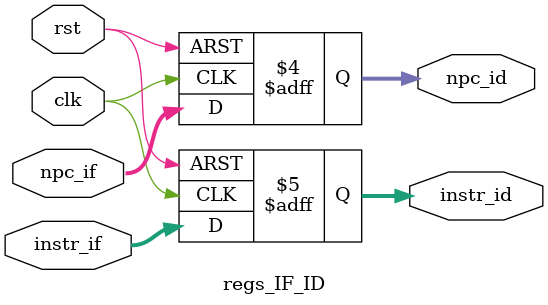
<source format=v>
`timescale 1ns / 1ps


module regs_IF_ID(
    input clk,
    input rst,
    input [31:0] npc_if,
    input [31:0] instr_if,
    output reg [31:0] npc_id = 32'b0,
    output reg [31:0] instr_id = 32'b0
    );
    
    always @(posedge clk or posedge rst)
    begin
        if(rst) 
        begin
            instr_id <= 32'b0;   
            npc_id <= 32'b0;
        end 
        else 
        begin
            instr_id <= instr_if; 
            npc_id <= npc_if;
        end
    end
endmodule


</source>
